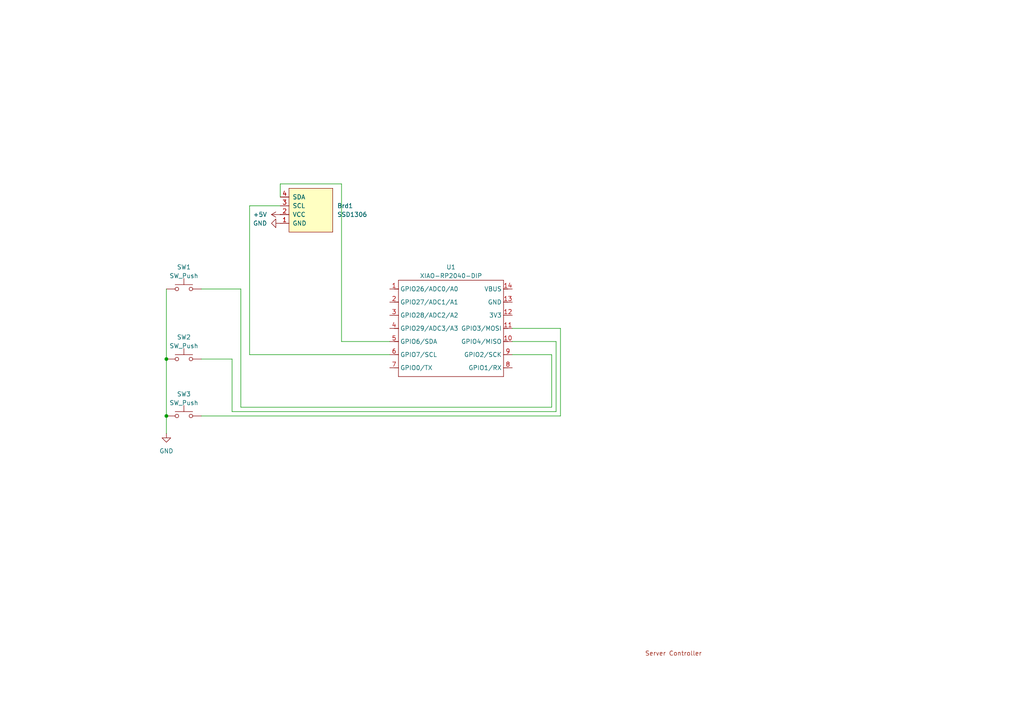
<source format=kicad_sch>
(kicad_sch
	(version 20250114)
	(generator "eeschema")
	(generator_version "9.0")
	(uuid "07058955-53a4-4baf-9f50-20070ab1799d")
	(paper "A4")
	(lib_symbols
		(symbol "SSD1306-128x64_OLED:SSD1306"
			(pin_names
				(offset 1.016)
			)
			(exclude_from_sim no)
			(in_bom yes)
			(on_board yes)
			(property "Reference" "Brd"
				(at 0 -3.81 0)
				(effects
					(font
						(size 1.27 1.27)
					)
				)
			)
			(property "Value" "SSD1306"
				(at 0 -1.27 0)
				(effects
					(font
						(size 1.27 1.27)
					)
				)
			)
			(property "Footprint" ""
				(at 0 6.35 0)
				(effects
					(font
						(size 1.27 1.27)
					)
					(hide yes)
				)
			)
			(property "Datasheet" ""
				(at 0 6.35 0)
				(effects
					(font
						(size 1.27 1.27)
					)
					(hide yes)
				)
			)
			(property "Description" "SSD1306 OLED"
				(at 0 0 0)
				(effects
					(font
						(size 1.27 1.27)
					)
					(hide yes)
				)
			)
			(property "ki_keywords" "SSD1306"
				(at 0 0 0)
				(effects
					(font
						(size 1.27 1.27)
					)
					(hide yes)
				)
			)
			(property "ki_fp_filters" "SSD1306-128x64_OLED:SSD1306"
				(at 0 0 0)
				(effects
					(font
						(size 1.27 1.27)
					)
					(hide yes)
				)
			)
			(symbol "SSD1306_0_1"
				(rectangle
					(start -6.35 6.35)
					(end 6.35 -6.35)
					(stroke
						(width 0)
						(type solid)
					)
					(fill
						(type background)
					)
				)
			)
			(symbol "SSD1306_1_1"
				(pin input line
					(at -3.81 8.89 270)
					(length 2.54)
					(name "GND"
						(effects
							(font
								(size 1.27 1.27)
							)
						)
					)
					(number "1"
						(effects
							(font
								(size 1.27 1.27)
							)
						)
					)
				)
				(pin input line
					(at -1.27 8.89 270)
					(length 2.54)
					(name "VCC"
						(effects
							(font
								(size 1.27 1.27)
							)
						)
					)
					(number "2"
						(effects
							(font
								(size 1.27 1.27)
							)
						)
					)
				)
				(pin input line
					(at 1.27 8.89 270)
					(length 2.54)
					(name "SCL"
						(effects
							(font
								(size 1.27 1.27)
							)
						)
					)
					(number "3"
						(effects
							(font
								(size 1.27 1.27)
							)
						)
					)
				)
				(pin input line
					(at 3.81 8.89 270)
					(length 2.54)
					(name "SDA"
						(effects
							(font
								(size 1.27 1.27)
							)
						)
					)
					(number "4"
						(effects
							(font
								(size 1.27 1.27)
							)
						)
					)
				)
			)
			(embedded_fonts no)
		)
		(symbol "Seeed_Studio_XIAO_Series:XIAO-RP2040-DIP"
			(exclude_from_sim no)
			(in_bom yes)
			(on_board yes)
			(property "Reference" "U"
				(at 0 0 0)
				(effects
					(font
						(size 1.27 1.27)
					)
				)
			)
			(property "Value" "XIAO-RP2040-DIP"
				(at 5.334 -1.778 0)
				(effects
					(font
						(size 1.27 1.27)
					)
				)
			)
			(property "Footprint" "Module:MOUDLE14P-XIAO-DIP-SMD"
				(at 14.478 -32.258 0)
				(effects
					(font
						(size 1.27 1.27)
					)
					(hide yes)
				)
			)
			(property "Datasheet" ""
				(at 0 0 0)
				(effects
					(font
						(size 1.27 1.27)
					)
					(hide yes)
				)
			)
			(property "Description" ""
				(at 0 0 0)
				(effects
					(font
						(size 1.27 1.27)
					)
					(hide yes)
				)
			)
			(symbol "XIAO-RP2040-DIP_1_0"
				(polyline
					(pts
						(xy -1.27 -2.54) (xy 29.21 -2.54)
					)
					(stroke
						(width 0.1524)
						(type solid)
					)
					(fill
						(type none)
					)
				)
				(polyline
					(pts
						(xy -1.27 -5.08) (xy -2.54 -5.08)
					)
					(stroke
						(width 0.1524)
						(type solid)
					)
					(fill
						(type none)
					)
				)
				(polyline
					(pts
						(xy -1.27 -5.08) (xy -1.27 -2.54)
					)
					(stroke
						(width 0.1524)
						(type solid)
					)
					(fill
						(type none)
					)
				)
				(polyline
					(pts
						(xy -1.27 -8.89) (xy -2.54 -8.89)
					)
					(stroke
						(width 0.1524)
						(type solid)
					)
					(fill
						(type none)
					)
				)
				(polyline
					(pts
						(xy -1.27 -8.89) (xy -1.27 -5.08)
					)
					(stroke
						(width 0.1524)
						(type solid)
					)
					(fill
						(type none)
					)
				)
				(polyline
					(pts
						(xy -1.27 -12.7) (xy -2.54 -12.7)
					)
					(stroke
						(width 0.1524)
						(type solid)
					)
					(fill
						(type none)
					)
				)
				(polyline
					(pts
						(xy -1.27 -12.7) (xy -1.27 -8.89)
					)
					(stroke
						(width 0.1524)
						(type solid)
					)
					(fill
						(type none)
					)
				)
				(polyline
					(pts
						(xy -1.27 -16.51) (xy -2.54 -16.51)
					)
					(stroke
						(width 0.1524)
						(type solid)
					)
					(fill
						(type none)
					)
				)
				(polyline
					(pts
						(xy -1.27 -16.51) (xy -1.27 -12.7)
					)
					(stroke
						(width 0.1524)
						(type solid)
					)
					(fill
						(type none)
					)
				)
				(polyline
					(pts
						(xy -1.27 -20.32) (xy -2.54 -20.32)
					)
					(stroke
						(width 0.1524)
						(type solid)
					)
					(fill
						(type none)
					)
				)
				(polyline
					(pts
						(xy -1.27 -24.13) (xy -2.54 -24.13)
					)
					(stroke
						(width 0.1524)
						(type solid)
					)
					(fill
						(type none)
					)
				)
				(polyline
					(pts
						(xy -1.27 -27.94) (xy -2.54 -27.94)
					)
					(stroke
						(width 0.1524)
						(type solid)
					)
					(fill
						(type none)
					)
				)
				(polyline
					(pts
						(xy -1.27 -30.48) (xy -1.27 -16.51)
					)
					(stroke
						(width 0.1524)
						(type solid)
					)
					(fill
						(type none)
					)
				)
				(polyline
					(pts
						(xy 29.21 -2.54) (xy 29.21 -5.08)
					)
					(stroke
						(width 0.1524)
						(type solid)
					)
					(fill
						(type none)
					)
				)
				(polyline
					(pts
						(xy 29.21 -5.08) (xy 29.21 -8.89)
					)
					(stroke
						(width 0.1524)
						(type solid)
					)
					(fill
						(type none)
					)
				)
				(polyline
					(pts
						(xy 29.21 -8.89) (xy 29.21 -12.7)
					)
					(stroke
						(width 0.1524)
						(type solid)
					)
					(fill
						(type none)
					)
				)
				(polyline
					(pts
						(xy 29.21 -12.7) (xy 29.21 -30.48)
					)
					(stroke
						(width 0.1524)
						(type solid)
					)
					(fill
						(type none)
					)
				)
				(polyline
					(pts
						(xy 29.21 -30.48) (xy -1.27 -30.48)
					)
					(stroke
						(width 0.1524)
						(type solid)
					)
					(fill
						(type none)
					)
				)
				(polyline
					(pts
						(xy 30.48 -5.08) (xy 29.21 -5.08)
					)
					(stroke
						(width 0.1524)
						(type solid)
					)
					(fill
						(type none)
					)
				)
				(polyline
					(pts
						(xy 30.48 -8.89) (xy 29.21 -8.89)
					)
					(stroke
						(width 0.1524)
						(type solid)
					)
					(fill
						(type none)
					)
				)
				(polyline
					(pts
						(xy 30.48 -12.7) (xy 29.21 -12.7)
					)
					(stroke
						(width 0.1524)
						(type solid)
					)
					(fill
						(type none)
					)
				)
				(polyline
					(pts
						(xy 30.48 -16.51) (xy 29.21 -16.51)
					)
					(stroke
						(width 0.1524)
						(type solid)
					)
					(fill
						(type none)
					)
				)
				(polyline
					(pts
						(xy 30.48 -20.32) (xy 29.21 -20.32)
					)
					(stroke
						(width 0.1524)
						(type solid)
					)
					(fill
						(type none)
					)
				)
				(polyline
					(pts
						(xy 30.48 -24.13) (xy 29.21 -24.13)
					)
					(stroke
						(width 0.1524)
						(type solid)
					)
					(fill
						(type none)
					)
				)
				(polyline
					(pts
						(xy 30.48 -27.94) (xy 29.21 -27.94)
					)
					(stroke
						(width 0.1524)
						(type solid)
					)
					(fill
						(type none)
					)
				)
				(pin passive line
					(at -3.81 -5.08 0)
					(length 2.54)
					(name "GPIO26/ADC0/A0"
						(effects
							(font
								(size 1.27 1.27)
							)
						)
					)
					(number "1"
						(effects
							(font
								(size 1.27 1.27)
							)
						)
					)
				)
				(pin passive line
					(at -3.81 -8.89 0)
					(length 2.54)
					(name "GPIO27/ADC1/A1"
						(effects
							(font
								(size 1.27 1.27)
							)
						)
					)
					(number "2"
						(effects
							(font
								(size 1.27 1.27)
							)
						)
					)
				)
				(pin passive line
					(at -3.81 -12.7 0)
					(length 2.54)
					(name "GPIO28/ADC2/A2"
						(effects
							(font
								(size 1.27 1.27)
							)
						)
					)
					(number "3"
						(effects
							(font
								(size 1.27 1.27)
							)
						)
					)
				)
				(pin passive line
					(at -3.81 -16.51 0)
					(length 2.54)
					(name "GPIO29/ADC3/A3"
						(effects
							(font
								(size 1.27 1.27)
							)
						)
					)
					(number "4"
						(effects
							(font
								(size 1.27 1.27)
							)
						)
					)
				)
				(pin passive line
					(at -3.81 -20.32 0)
					(length 2.54)
					(name "GPIO6/SDA"
						(effects
							(font
								(size 1.27 1.27)
							)
						)
					)
					(number "5"
						(effects
							(font
								(size 1.27 1.27)
							)
						)
					)
				)
				(pin passive line
					(at -3.81 -24.13 0)
					(length 2.54)
					(name "GPIO7/SCL"
						(effects
							(font
								(size 1.27 1.27)
							)
						)
					)
					(number "6"
						(effects
							(font
								(size 1.27 1.27)
							)
						)
					)
				)
				(pin passive line
					(at -3.81 -27.94 0)
					(length 2.54)
					(name "GPIO0/TX"
						(effects
							(font
								(size 1.27 1.27)
							)
						)
					)
					(number "7"
						(effects
							(font
								(size 1.27 1.27)
							)
						)
					)
				)
				(pin passive line
					(at 31.75 -5.08 180)
					(length 2.54)
					(name "VBUS"
						(effects
							(font
								(size 1.27 1.27)
							)
						)
					)
					(number "14"
						(effects
							(font
								(size 1.27 1.27)
							)
						)
					)
				)
				(pin passive line
					(at 31.75 -8.89 180)
					(length 2.54)
					(name "GND"
						(effects
							(font
								(size 1.27 1.27)
							)
						)
					)
					(number "13"
						(effects
							(font
								(size 1.27 1.27)
							)
						)
					)
				)
				(pin passive line
					(at 31.75 -12.7 180)
					(length 2.54)
					(name "3V3"
						(effects
							(font
								(size 1.27 1.27)
							)
						)
					)
					(number "12"
						(effects
							(font
								(size 1.27 1.27)
							)
						)
					)
				)
				(pin passive line
					(at 31.75 -16.51 180)
					(length 2.54)
					(name "GPIO3/MOSI"
						(effects
							(font
								(size 1.27 1.27)
							)
						)
					)
					(number "11"
						(effects
							(font
								(size 1.27 1.27)
							)
						)
					)
				)
				(pin passive line
					(at 31.75 -20.32 180)
					(length 2.54)
					(name "GPIO4/MISO"
						(effects
							(font
								(size 1.27 1.27)
							)
						)
					)
					(number "10"
						(effects
							(font
								(size 1.27 1.27)
							)
						)
					)
				)
				(pin passive line
					(at 31.75 -24.13 180)
					(length 2.54)
					(name "GPIO2/SCK"
						(effects
							(font
								(size 1.27 1.27)
							)
						)
					)
					(number "9"
						(effects
							(font
								(size 1.27 1.27)
							)
						)
					)
				)
				(pin passive line
					(at 31.75 -27.94 180)
					(length 2.54)
					(name "GPIO1/RX"
						(effects
							(font
								(size 1.27 1.27)
							)
						)
					)
					(number "8"
						(effects
							(font
								(size 1.27 1.27)
							)
						)
					)
				)
			)
			(embedded_fonts no)
		)
		(symbol "Switch:SW_Push"
			(pin_numbers
				(hide yes)
			)
			(pin_names
				(offset 1.016)
				(hide yes)
			)
			(exclude_from_sim no)
			(in_bom yes)
			(on_board yes)
			(property "Reference" "SW"
				(at 1.27 2.54 0)
				(effects
					(font
						(size 1.27 1.27)
					)
					(justify left)
				)
			)
			(property "Value" "SW_Push"
				(at 0 -1.524 0)
				(effects
					(font
						(size 1.27 1.27)
					)
				)
			)
			(property "Footprint" ""
				(at 0 5.08 0)
				(effects
					(font
						(size 1.27 1.27)
					)
					(hide yes)
				)
			)
			(property "Datasheet" "~"
				(at 0 5.08 0)
				(effects
					(font
						(size 1.27 1.27)
					)
					(hide yes)
				)
			)
			(property "Description" "Push button switch, generic, two pins"
				(at 0 0 0)
				(effects
					(font
						(size 1.27 1.27)
					)
					(hide yes)
				)
			)
			(property "ki_keywords" "switch normally-open pushbutton push-button"
				(at 0 0 0)
				(effects
					(font
						(size 1.27 1.27)
					)
					(hide yes)
				)
			)
			(symbol "SW_Push_0_1"
				(circle
					(center -2.032 0)
					(radius 0.508)
					(stroke
						(width 0)
						(type default)
					)
					(fill
						(type none)
					)
				)
				(polyline
					(pts
						(xy 0 1.27) (xy 0 3.048)
					)
					(stroke
						(width 0)
						(type default)
					)
					(fill
						(type none)
					)
				)
				(circle
					(center 2.032 0)
					(radius 0.508)
					(stroke
						(width 0)
						(type default)
					)
					(fill
						(type none)
					)
				)
				(polyline
					(pts
						(xy 2.54 1.27) (xy -2.54 1.27)
					)
					(stroke
						(width 0)
						(type default)
					)
					(fill
						(type none)
					)
				)
				(pin passive line
					(at -5.08 0 0)
					(length 2.54)
					(name "1"
						(effects
							(font
								(size 1.27 1.27)
							)
						)
					)
					(number "1"
						(effects
							(font
								(size 1.27 1.27)
							)
						)
					)
				)
				(pin passive line
					(at 5.08 0 180)
					(length 2.54)
					(name "2"
						(effects
							(font
								(size 1.27 1.27)
							)
						)
					)
					(number "2"
						(effects
							(font
								(size 1.27 1.27)
							)
						)
					)
				)
			)
			(embedded_fonts no)
		)
		(symbol "power:+5V"
			(power)
			(pin_numbers
				(hide yes)
			)
			(pin_names
				(offset 0)
				(hide yes)
			)
			(exclude_from_sim no)
			(in_bom yes)
			(on_board yes)
			(property "Reference" "#PWR"
				(at 0 -3.81 0)
				(effects
					(font
						(size 1.27 1.27)
					)
					(hide yes)
				)
			)
			(property "Value" "+5V"
				(at 0 3.556 0)
				(effects
					(font
						(size 1.27 1.27)
					)
				)
			)
			(property "Footprint" ""
				(at 0 0 0)
				(effects
					(font
						(size 1.27 1.27)
					)
					(hide yes)
				)
			)
			(property "Datasheet" ""
				(at 0 0 0)
				(effects
					(font
						(size 1.27 1.27)
					)
					(hide yes)
				)
			)
			(property "Description" "Power symbol creates a global label with name \"+5V\""
				(at 0 0 0)
				(effects
					(font
						(size 1.27 1.27)
					)
					(hide yes)
				)
			)
			(property "ki_keywords" "global power"
				(at 0 0 0)
				(effects
					(font
						(size 1.27 1.27)
					)
					(hide yes)
				)
			)
			(symbol "+5V_0_1"
				(polyline
					(pts
						(xy -0.762 1.27) (xy 0 2.54)
					)
					(stroke
						(width 0)
						(type default)
					)
					(fill
						(type none)
					)
				)
				(polyline
					(pts
						(xy 0 2.54) (xy 0.762 1.27)
					)
					(stroke
						(width 0)
						(type default)
					)
					(fill
						(type none)
					)
				)
				(polyline
					(pts
						(xy 0 0) (xy 0 2.54)
					)
					(stroke
						(width 0)
						(type default)
					)
					(fill
						(type none)
					)
				)
			)
			(symbol "+5V_1_1"
				(pin power_in line
					(at 0 0 90)
					(length 0)
					(name "~"
						(effects
							(font
								(size 1.27 1.27)
							)
						)
					)
					(number "1"
						(effects
							(font
								(size 1.27 1.27)
							)
						)
					)
				)
			)
			(embedded_fonts no)
		)
		(symbol "power:GND"
			(power)
			(pin_numbers
				(hide yes)
			)
			(pin_names
				(offset 0)
				(hide yes)
			)
			(exclude_from_sim no)
			(in_bom yes)
			(on_board yes)
			(property "Reference" "#PWR"
				(at 0 -6.35 0)
				(effects
					(font
						(size 1.27 1.27)
					)
					(hide yes)
				)
			)
			(property "Value" "GND"
				(at 0 -3.81 0)
				(effects
					(font
						(size 1.27 1.27)
					)
				)
			)
			(property "Footprint" ""
				(at 0 0 0)
				(effects
					(font
						(size 1.27 1.27)
					)
					(hide yes)
				)
			)
			(property "Datasheet" ""
				(at 0 0 0)
				(effects
					(font
						(size 1.27 1.27)
					)
					(hide yes)
				)
			)
			(property "Description" "Power symbol creates a global label with name \"GND\" , ground"
				(at 0 0 0)
				(effects
					(font
						(size 1.27 1.27)
					)
					(hide yes)
				)
			)
			(property "ki_keywords" "global power"
				(at 0 0 0)
				(effects
					(font
						(size 1.27 1.27)
					)
					(hide yes)
				)
			)
			(symbol "GND_0_1"
				(polyline
					(pts
						(xy 0 0) (xy 0 -1.27) (xy 1.27 -1.27) (xy 0 -2.54) (xy -1.27 -1.27) (xy 0 -1.27)
					)
					(stroke
						(width 0)
						(type default)
					)
					(fill
						(type none)
					)
				)
			)
			(symbol "GND_1_1"
				(pin power_in line
					(at 0 0 270)
					(length 0)
					(name "~"
						(effects
							(font
								(size 1.27 1.27)
							)
						)
					)
					(number "1"
						(effects
							(font
								(size 1.27 1.27)
							)
						)
					)
				)
			)
			(embedded_fonts no)
		)
	)
	(text "Server Controller"
		(exclude_from_sim no)
		(at 195.326 189.738 0)
		(effects
			(font
				(size 1.27 1.27)
				(color 162 49 35 1)
			)
		)
		(uuid "e7dd45ff-cfa9-404b-b4e2-56b3d3fb7683")
	)
	(junction
		(at 48.26 104.14)
		(diameter 0)
		(color 0 0 0 0)
		(uuid "25ee7645-f3d8-4b48-841b-216c1b3f1379")
	)
	(junction
		(at 48.26 120.65)
		(diameter 0)
		(color 0 0 0 0)
		(uuid "43f71d78-a50e-428f-8705-5b0068e71748")
	)
	(wire
		(pts
			(xy 72.39 59.69) (xy 81.28 59.69)
		)
		(stroke
			(width 0)
			(type default)
		)
		(uuid "01d0c346-06c3-4c69-8216-1ad3c151683d")
	)
	(wire
		(pts
			(xy 48.26 104.14) (xy 48.26 120.65)
		)
		(stroke
			(width 0)
			(type default)
		)
		(uuid "06fde336-dea6-46cf-94b0-e9adeb618cd5")
	)
	(wire
		(pts
			(xy 148.59 95.25) (xy 162.56 95.25)
		)
		(stroke
			(width 0)
			(type default)
		)
		(uuid "0aefce90-9b91-40e6-a379-b45f8c684d74")
	)
	(wire
		(pts
			(xy 113.03 102.87) (xy 72.39 102.87)
		)
		(stroke
			(width 0)
			(type default)
		)
		(uuid "16c8d5cb-ec75-4f9d-bfce-c4509cdf3144")
	)
	(wire
		(pts
			(xy 160.02 102.87) (xy 160.02 118.11)
		)
		(stroke
			(width 0)
			(type default)
		)
		(uuid "213937cd-bfec-4cc5-a7f0-2da08d0cb5da")
	)
	(wire
		(pts
			(xy 72.39 102.87) (xy 72.39 59.69)
		)
		(stroke
			(width 0)
			(type default)
		)
		(uuid "2ac5c23a-aaf3-4138-862c-797b7ff3c98b")
	)
	(wire
		(pts
			(xy 69.85 118.11) (xy 69.85 83.82)
		)
		(stroke
			(width 0)
			(type default)
		)
		(uuid "3403dd30-7b90-4773-9ea7-24b08daf49a2")
	)
	(wire
		(pts
			(xy 113.03 99.06) (xy 99.06 99.06)
		)
		(stroke
			(width 0)
			(type default)
		)
		(uuid "56dbcb00-8c47-494f-8798-00431a942bf2")
	)
	(wire
		(pts
			(xy 58.42 104.14) (xy 67.31 104.14)
		)
		(stroke
			(width 0)
			(type default)
		)
		(uuid "62c1241f-f859-484e-b9fe-1a251a4bf7f5")
	)
	(wire
		(pts
			(xy 161.29 99.06) (xy 161.29 119.38)
		)
		(stroke
			(width 0)
			(type default)
		)
		(uuid "6710e5a2-841f-4123-a3b8-18ddf65fd002")
	)
	(wire
		(pts
			(xy 161.29 119.38) (xy 67.31 119.38)
		)
		(stroke
			(width 0)
			(type default)
		)
		(uuid "71489abf-52f2-4fea-a302-9d0981ef3ada")
	)
	(wire
		(pts
			(xy 67.31 119.38) (xy 67.31 104.14)
		)
		(stroke
			(width 0)
			(type default)
		)
		(uuid "77d976bc-7abd-47e6-b462-25a948116c18")
	)
	(wire
		(pts
			(xy 162.56 95.25) (xy 162.56 120.65)
		)
		(stroke
			(width 0)
			(type default)
		)
		(uuid "7d0ba942-2405-40a8-acee-12517734893d")
	)
	(wire
		(pts
			(xy 99.06 53.34) (xy 81.28 53.34)
		)
		(stroke
			(width 0)
			(type default)
		)
		(uuid "8a8668ba-cba8-44d0-9a22-066c6469dcef")
	)
	(wire
		(pts
			(xy 160.02 118.11) (xy 69.85 118.11)
		)
		(stroke
			(width 0)
			(type default)
		)
		(uuid "9358ad08-73da-4b2a-a279-e3a98daac601")
	)
	(wire
		(pts
			(xy 148.59 102.87) (xy 160.02 102.87)
		)
		(stroke
			(width 0)
			(type default)
		)
		(uuid "b7c76e08-3a70-4ef9-bdb5-c17c7b8ed552")
	)
	(wire
		(pts
			(xy 162.56 120.65) (xy 58.42 120.65)
		)
		(stroke
			(width 0)
			(type default)
		)
		(uuid "baf2284e-fc6f-4207-b8c5-0d56e751222e")
	)
	(wire
		(pts
			(xy 48.26 120.65) (xy 48.26 125.73)
		)
		(stroke
			(width 0)
			(type default)
		)
		(uuid "bca5082b-f6b5-4e1c-b06b-160a6b564093")
	)
	(wire
		(pts
			(xy 48.26 83.82) (xy 48.26 104.14)
		)
		(stroke
			(width 0)
			(type default)
		)
		(uuid "c7ccc962-75c8-4dc3-9674-7f9a65965934")
	)
	(wire
		(pts
			(xy 81.28 53.34) (xy 81.28 57.15)
		)
		(stroke
			(width 0)
			(type default)
		)
		(uuid "c9745617-74da-4212-8454-f282dc09c4ff")
	)
	(wire
		(pts
			(xy 69.85 83.82) (xy 58.42 83.82)
		)
		(stroke
			(width 0)
			(type default)
		)
		(uuid "cc8adea2-dd9b-4316-99d3-375e404f6f17")
	)
	(wire
		(pts
			(xy 99.06 99.06) (xy 99.06 53.34)
		)
		(stroke
			(width 0)
			(type default)
		)
		(uuid "db201ca6-d48f-40ef-9fef-9ddc5736d06b")
	)
	(wire
		(pts
			(xy 148.59 99.06) (xy 161.29 99.06)
		)
		(stroke
			(width 0)
			(type default)
		)
		(uuid "ebd91bd3-4c91-4ad9-b819-482cf86979ee")
	)
	(symbol
		(lib_id "SSD1306-128x64_OLED:SSD1306")
		(at 90.17 60.96 90)
		(unit 1)
		(exclude_from_sim no)
		(in_bom yes)
		(on_board yes)
		(dnp no)
		(fields_autoplaced yes)
		(uuid "1cc7d494-f196-4cfe-9b42-4b0f9ea1f0d0")
		(property "Reference" "Brd1"
			(at 97.79 59.6899 90)
			(effects
				(font
					(size 1.27 1.27)
				)
				(justify right)
			)
		)
		(property "Value" "SSD1306"
			(at 97.79 62.2299 90)
			(effects
				(font
					(size 1.27 1.27)
				)
				(justify right)
			)
		)
		(property "Footprint" "SSD1306:128x64OLED"
			(at 83.82 60.96 0)
			(effects
				(font
					(size 1.27 1.27)
				)
				(hide yes)
			)
		)
		(property "Datasheet" ""
			(at 83.82 60.96 0)
			(effects
				(font
					(size 1.27 1.27)
				)
				(hide yes)
			)
		)
		(property "Description" "SSD1306 OLED"
			(at 90.17 60.96 0)
			(effects
				(font
					(size 1.27 1.27)
				)
				(hide yes)
			)
		)
		(pin "4"
			(uuid "7b11b96a-3d9f-40df-9ddd-3160288188d9")
		)
		(pin "3"
			(uuid "9e0ba977-23f3-44ec-966a-a0984c95a6ea")
		)
		(pin "2"
			(uuid "e6116519-a531-4fb4-951e-37ce3610e6d7")
		)
		(pin "1"
			(uuid "da360e6f-8dfd-4e68-8738-8eafbcc18e1f")
		)
		(instances
			(project ""
				(path "/07058955-53a4-4baf-9f50-20070ab1799d"
					(reference "Brd1")
					(unit 1)
				)
			)
		)
	)
	(symbol
		(lib_id "power:GND")
		(at 81.28 64.77 270)
		(unit 1)
		(exclude_from_sim no)
		(in_bom yes)
		(on_board yes)
		(dnp no)
		(fields_autoplaced yes)
		(uuid "70ae5c35-9e39-4fcf-9e94-1a336c0b787e")
		(property "Reference" "#PWR02"
			(at 74.93 64.77 0)
			(effects
				(font
					(size 1.27 1.27)
				)
				(hide yes)
			)
		)
		(property "Value" "GND"
			(at 77.47 64.7699 90)
			(effects
				(font
					(size 1.27 1.27)
				)
				(justify right)
			)
		)
		(property "Footprint" ""
			(at 81.28 64.77 0)
			(effects
				(font
					(size 1.27 1.27)
				)
				(hide yes)
			)
		)
		(property "Datasheet" ""
			(at 81.28 64.77 0)
			(effects
				(font
					(size 1.27 1.27)
				)
				(hide yes)
			)
		)
		(property "Description" "Power symbol creates a global label with name \"GND\" , ground"
			(at 81.28 64.77 0)
			(effects
				(font
					(size 1.27 1.27)
				)
				(hide yes)
			)
		)
		(pin "1"
			(uuid "05590249-268c-4c79-8e03-822bdffd5be1")
		)
		(instances
			(project ""
				(path "/07058955-53a4-4baf-9f50-20070ab1799d"
					(reference "#PWR02")
					(unit 1)
				)
			)
		)
	)
	(symbol
		(lib_id "Switch:SW_Push")
		(at 53.34 120.65 0)
		(mirror y)
		(unit 1)
		(exclude_from_sim no)
		(in_bom yes)
		(on_board yes)
		(dnp no)
		(uuid "792c55b9-ed2f-45f7-b053-bb97c42d4c74")
		(property "Reference" "SW3"
			(at 53.34 114.3 0)
			(effects
				(font
					(size 1.27 1.27)
				)
			)
		)
		(property "Value" "SW_Push"
			(at 53.34 116.84 0)
			(effects
				(font
					(size 1.27 1.27)
				)
			)
		)
		(property "Footprint" "Button_Switch_Keyboard:SW_Cherry_MX_1.00u_PCB"
			(at 53.34 115.57 0)
			(effects
				(font
					(size 1.27 1.27)
				)
				(hide yes)
			)
		)
		(property "Datasheet" "~"
			(at 53.34 115.57 0)
			(effects
				(font
					(size 1.27 1.27)
				)
				(hide yes)
			)
		)
		(property "Description" "Push button switch, generic, two pins"
			(at 53.34 120.65 0)
			(effects
				(font
					(size 1.27 1.27)
				)
				(hide yes)
			)
		)
		(pin "2"
			(uuid "463aebd3-8b33-42f2-8875-c653bf8a9072")
		)
		(pin "1"
			(uuid "20accd14-0cf3-4ff0-91bc-79a93997612c")
		)
		(instances
			(project ""
				(path "/07058955-53a4-4baf-9f50-20070ab1799d"
					(reference "SW3")
					(unit 1)
				)
			)
		)
	)
	(symbol
		(lib_id "Switch:SW_Push")
		(at 53.34 83.82 0)
		(unit 1)
		(exclude_from_sim no)
		(in_bom yes)
		(on_board yes)
		(dnp no)
		(fields_autoplaced yes)
		(uuid "89f82c71-df75-42de-a234-6cd0fcf2cba9")
		(property "Reference" "SW1"
			(at 53.34 77.47 0)
			(effects
				(font
					(size 1.27 1.27)
				)
			)
		)
		(property "Value" "SW_Push"
			(at 53.34 80.01 0)
			(effects
				(font
					(size 1.27 1.27)
				)
			)
		)
		(property "Footprint" "Button_Switch_Keyboard:SW_Cherry_MX_1.00u_PCB"
			(at 53.34 78.74 0)
			(effects
				(font
					(size 1.27 1.27)
				)
				(hide yes)
			)
		)
		(property "Datasheet" "~"
			(at 53.34 78.74 0)
			(effects
				(font
					(size 1.27 1.27)
				)
				(hide yes)
			)
		)
		(property "Description" "Push button switch, generic, two pins"
			(at 53.34 83.82 0)
			(effects
				(font
					(size 1.27 1.27)
				)
				(hide yes)
			)
		)
		(pin "1"
			(uuid "04b9c447-6d27-4694-87f3-219a716faa80")
		)
		(pin "2"
			(uuid "bc952b2b-d2f5-4c2e-ad72-5cf911fec168")
		)
		(instances
			(project ""
				(path "/07058955-53a4-4baf-9f50-20070ab1799d"
					(reference "SW1")
					(unit 1)
				)
			)
		)
	)
	(symbol
		(lib_id "power:+5V")
		(at 81.28 62.23 90)
		(unit 1)
		(exclude_from_sim no)
		(in_bom yes)
		(on_board yes)
		(dnp no)
		(fields_autoplaced yes)
		(uuid "935c3d0a-3095-4256-b416-60168a1f8bc1")
		(property "Reference" "#PWR03"
			(at 85.09 62.23 0)
			(effects
				(font
					(size 1.27 1.27)
				)
				(hide yes)
			)
		)
		(property "Value" "+5V"
			(at 77.47 62.2299 90)
			(effects
				(font
					(size 1.27 1.27)
				)
				(justify left)
			)
		)
		(property "Footprint" ""
			(at 81.28 62.23 0)
			(effects
				(font
					(size 1.27 1.27)
				)
				(hide yes)
			)
		)
		(property "Datasheet" ""
			(at 81.28 62.23 0)
			(effects
				(font
					(size 1.27 1.27)
				)
				(hide yes)
			)
		)
		(property "Description" "Power symbol creates a global label with name \"+5V\""
			(at 81.28 62.23 0)
			(effects
				(font
					(size 1.27 1.27)
				)
				(hide yes)
			)
		)
		(pin "1"
			(uuid "62dff371-403f-4a4b-96d9-1acea82a2304")
		)
		(instances
			(project ""
				(path "/07058955-53a4-4baf-9f50-20070ab1799d"
					(reference "#PWR03")
					(unit 1)
				)
			)
		)
	)
	(symbol
		(lib_id "Seeed_Studio_XIAO_Series:XIAO-RP2040-DIP")
		(at 116.84 78.74 0)
		(unit 1)
		(exclude_from_sim no)
		(in_bom yes)
		(on_board yes)
		(dnp no)
		(uuid "940bc4a4-befd-4608-8173-d70a1279d776")
		(property "Reference" "U1"
			(at 130.81 77.47 0)
			(effects
				(font
					(size 1.27 1.27)
				)
			)
		)
		(property "Value" "XIAO-RP2040-DIP"
			(at 130.81 80.01 0)
			(effects
				(font
					(size 1.27 1.27)
				)
			)
		)
		(property "Footprint" "XIAO_PCB:XIAO-RP2040-DIP"
			(at 131.318 110.998 0)
			(effects
				(font
					(size 1.27 1.27)
				)
				(hide yes)
			)
		)
		(property "Datasheet" ""
			(at 116.84 78.74 0)
			(effects
				(font
					(size 1.27 1.27)
				)
				(hide yes)
			)
		)
		(property "Description" ""
			(at 116.84 78.74 0)
			(effects
				(font
					(size 1.27 1.27)
				)
				(hide yes)
			)
		)
		(pin "1"
			(uuid "c961aaa2-fd3d-478b-b09b-1ac205285645")
		)
		(pin "3"
			(uuid "fce36852-28dd-4abc-b770-20358f2f7094")
		)
		(pin "2"
			(uuid "e44f9389-c993-4c6f-ab0b-0fe95870f93f")
		)
		(pin "4"
			(uuid "29ca938d-e544-45a4-9e72-c2c4622dc2ce")
		)
		(pin "5"
			(uuid "bdb1bf9b-0f22-4bb4-bd0d-81418101af50")
		)
		(pin "14"
			(uuid "ddbdae17-3b89-420a-ae49-834dea4c8c7f")
		)
		(pin "6"
			(uuid "31753a0e-cfb7-4c6c-9701-ce149db20cde")
		)
		(pin "7"
			(uuid "909b433e-e9ad-43ca-93cc-34c9760b8def")
		)
		(pin "13"
			(uuid "b193511b-f471-4ee2-b926-dde8ab7818f9")
		)
		(pin "12"
			(uuid "08980284-71d5-4250-b24f-85619dcd7062")
		)
		(pin "11"
			(uuid "6c5daa55-c99c-4406-9f70-d563953899e7")
		)
		(pin "10"
			(uuid "e2b0a09c-9212-4c3f-ba11-311ed18df6ef")
		)
		(pin "9"
			(uuid "f85ca036-3653-49cf-95af-938ada9cec88")
		)
		(pin "8"
			(uuid "96baef6c-0f14-48d1-b977-65e9d6f85e46")
		)
		(instances
			(project ""
				(path "/07058955-53a4-4baf-9f50-20070ab1799d"
					(reference "U1")
					(unit 1)
				)
			)
		)
	)
	(symbol
		(lib_id "Switch:SW_Push")
		(at 53.34 104.14 0)
		(unit 1)
		(exclude_from_sim no)
		(in_bom yes)
		(on_board yes)
		(dnp no)
		(fields_autoplaced yes)
		(uuid "ed2d95aa-5e89-4e35-b291-64f1eda64e8d")
		(property "Reference" "SW2"
			(at 53.34 97.79 0)
			(effects
				(font
					(size 1.27 1.27)
				)
			)
		)
		(property "Value" "SW_Push"
			(at 53.34 100.33 0)
			(effects
				(font
					(size 1.27 1.27)
				)
			)
		)
		(property "Footprint" "Button_Switch_Keyboard:SW_Cherry_MX_1.00u_PCB"
			(at 53.34 99.06 0)
			(effects
				(font
					(size 1.27 1.27)
				)
				(hide yes)
			)
		)
		(property "Datasheet" "~"
			(at 53.34 99.06 0)
			(effects
				(font
					(size 1.27 1.27)
				)
				(hide yes)
			)
		)
		(property "Description" "Push button switch, generic, two pins"
			(at 53.34 104.14 0)
			(effects
				(font
					(size 1.27 1.27)
				)
				(hide yes)
			)
		)
		(pin "1"
			(uuid "b3c2bde7-2497-465c-b84e-49590f9e75e1")
		)
		(pin "2"
			(uuid "d720d903-0938-4973-a958-94c53ea80f23")
		)
		(instances
			(project ""
				(path "/07058955-53a4-4baf-9f50-20070ab1799d"
					(reference "SW2")
					(unit 1)
				)
			)
		)
	)
	(symbol
		(lib_id "power:GND")
		(at 48.26 125.73 0)
		(unit 1)
		(exclude_from_sim no)
		(in_bom yes)
		(on_board yes)
		(dnp no)
		(fields_autoplaced yes)
		(uuid "edcd517b-ae1a-4a66-a9ba-559b88bb7050")
		(property "Reference" "#PWR01"
			(at 48.26 132.08 0)
			(effects
				(font
					(size 1.27 1.27)
				)
				(hide yes)
			)
		)
		(property "Value" "GND"
			(at 48.26 130.81 0)
			(effects
				(font
					(size 1.27 1.27)
				)
			)
		)
		(property "Footprint" ""
			(at 48.26 125.73 0)
			(effects
				(font
					(size 1.27 1.27)
				)
				(hide yes)
			)
		)
		(property "Datasheet" ""
			(at 48.26 125.73 0)
			(effects
				(font
					(size 1.27 1.27)
				)
				(hide yes)
			)
		)
		(property "Description" "Power symbol creates a global label with name \"GND\" , ground"
			(at 48.26 125.73 0)
			(effects
				(font
					(size 1.27 1.27)
				)
				(hide yes)
			)
		)
		(pin "1"
			(uuid "1feb9e5a-3a57-4e0f-8037-2cd340c4acd7")
		)
		(instances
			(project ""
				(path "/07058955-53a4-4baf-9f50-20070ab1799d"
					(reference "#PWR01")
					(unit 1)
				)
			)
		)
	)
	(sheet_instances
		(path "/"
			(page "1")
		)
	)
	(embedded_fonts no)
)

</source>
